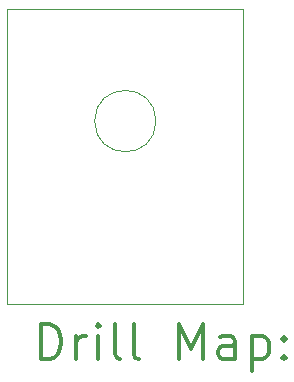
<source format=gbr>
%FSLAX45Y45*%
G04 Gerber Fmt 4.5, Leading zero omitted, Abs format (unit mm)*
G04 Created by KiCad (PCBNEW (5.1.10)-1) date 2021-07-30 23:06:43*
%MOMM*%
%LPD*%
G01*
G04 APERTURE LIST*
%TA.AperFunction,Profile*%
%ADD10C,0.025400*%
%TD*%
%ADD11C,0.200000*%
%ADD12C,0.300000*%
G04 APERTURE END LIST*
D10*
X15400000Y-10900000D02*
X13400000Y-10900000D01*
X15400000Y-8400000D02*
X15400000Y-10900000D01*
X13400000Y-8400000D02*
X15400000Y-8400000D01*
X13400000Y-10900000D02*
X13400000Y-8400000D01*
X14660000Y-9350000D02*
G75*
G03*
X14660000Y-9350000I-260000J0D01*
G01*
D11*
D12*
X13685158Y-11366984D02*
X13685158Y-11066984D01*
X13756587Y-11066984D01*
X13799444Y-11081270D01*
X13828016Y-11109842D01*
X13842301Y-11138413D01*
X13856587Y-11195556D01*
X13856587Y-11238413D01*
X13842301Y-11295556D01*
X13828016Y-11324127D01*
X13799444Y-11352699D01*
X13756587Y-11366984D01*
X13685158Y-11366984D01*
X13985158Y-11366984D02*
X13985158Y-11166984D01*
X13985158Y-11224127D02*
X13999444Y-11195556D01*
X14013730Y-11181270D01*
X14042301Y-11166984D01*
X14070873Y-11166984D01*
X14170873Y-11366984D02*
X14170873Y-11166984D01*
X14170873Y-11066984D02*
X14156587Y-11081270D01*
X14170873Y-11095556D01*
X14185158Y-11081270D01*
X14170873Y-11066984D01*
X14170873Y-11095556D01*
X14356587Y-11366984D02*
X14328016Y-11352699D01*
X14313730Y-11324127D01*
X14313730Y-11066984D01*
X14513730Y-11366984D02*
X14485158Y-11352699D01*
X14470873Y-11324127D01*
X14470873Y-11066984D01*
X14856587Y-11366984D02*
X14856587Y-11066984D01*
X14956587Y-11281270D01*
X15056587Y-11066984D01*
X15056587Y-11366984D01*
X15328016Y-11366984D02*
X15328016Y-11209841D01*
X15313730Y-11181270D01*
X15285158Y-11166984D01*
X15228016Y-11166984D01*
X15199444Y-11181270D01*
X15328016Y-11352699D02*
X15299444Y-11366984D01*
X15228016Y-11366984D01*
X15199444Y-11352699D01*
X15185158Y-11324127D01*
X15185158Y-11295556D01*
X15199444Y-11266984D01*
X15228016Y-11252699D01*
X15299444Y-11252699D01*
X15328016Y-11238413D01*
X15470873Y-11166984D02*
X15470873Y-11466984D01*
X15470873Y-11181270D02*
X15499444Y-11166984D01*
X15556587Y-11166984D01*
X15585158Y-11181270D01*
X15599444Y-11195556D01*
X15613730Y-11224127D01*
X15613730Y-11309841D01*
X15599444Y-11338413D01*
X15585158Y-11352699D01*
X15556587Y-11366984D01*
X15499444Y-11366984D01*
X15470873Y-11352699D01*
X15742301Y-11338413D02*
X15756587Y-11352699D01*
X15742301Y-11366984D01*
X15728016Y-11352699D01*
X15742301Y-11338413D01*
X15742301Y-11366984D01*
X15742301Y-11181270D02*
X15756587Y-11195556D01*
X15742301Y-11209841D01*
X15728016Y-11195556D01*
X15742301Y-11181270D01*
X15742301Y-11209841D01*
M02*

</source>
